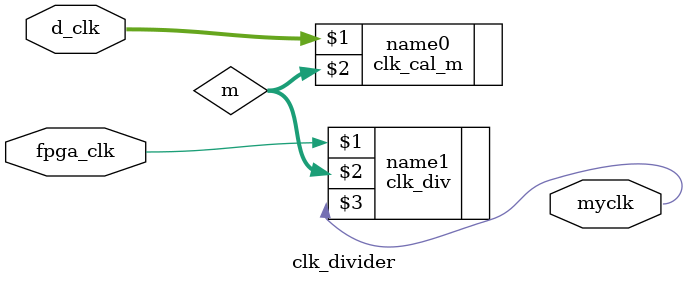
<source format=v>
`timescale 1ns / 1ps


module clk_divider(
    input fpga_clk,
    input [31:0]d_clk,
    output myclk
    );
    wire [31:0] m;
    clk_cal_m name0(d_clk,m);
    clk_div name1(fpga_clk,m,myclk);
    
endmodule

</source>
